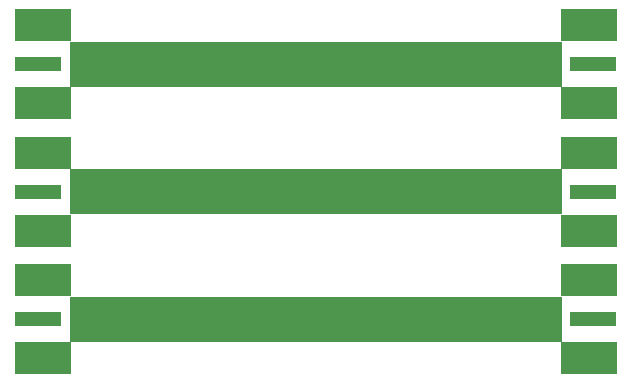
<source format=gbr>
G04 EAGLE Gerber RS-274X export*
G75*
%MOMM*%
%FSLAX34Y34*%
%LPD*%
%INSoldermask Top*%
%IPPOS*%
%AMOC8*
5,1,8,0,0,1.08239X$1,22.5*%
G01*
%ADD10R,4.699000X2.667000*%
%ADD11R,3.937000X1.143000*%
%ADD12C,0.630200*%

G36*
X462285Y253999D02*
X462285Y253999D01*
X462285Y254000D01*
X462285Y292100D01*
X462281Y292105D01*
X462280Y292105D01*
X45720Y292105D01*
X45715Y292101D01*
X45715Y292100D01*
X45715Y254000D01*
X45719Y253995D01*
X45720Y253995D01*
X462280Y253995D01*
X462285Y253999D01*
G37*
G36*
X462285Y146049D02*
X462285Y146049D01*
X462285Y146050D01*
X462285Y184150D01*
X462281Y184155D01*
X462280Y184155D01*
X45720Y184155D01*
X45715Y184151D01*
X45715Y184150D01*
X45715Y146050D01*
X45719Y146045D01*
X45720Y146045D01*
X462280Y146045D01*
X462285Y146049D01*
G37*
G36*
X462285Y38099D02*
X462285Y38099D01*
X462285Y38100D01*
X462285Y76200D01*
X462281Y76205D01*
X462280Y76205D01*
X45720Y76205D01*
X45715Y76201D01*
X45715Y76200D01*
X45715Y38100D01*
X45719Y38095D01*
X45720Y38095D01*
X462280Y38095D01*
X462285Y38099D01*
G37*
D10*
X485140Y90170D03*
X485140Y24130D03*
D11*
X488950Y57150D03*
D12*
X496570Y96520D03*
X471170Y96520D03*
X496570Y17780D03*
X471170Y17780D03*
X483870Y17780D03*
X483870Y96520D03*
D10*
X22860Y24130D03*
X22860Y90170D03*
D11*
X19050Y57150D03*
D12*
X11430Y17780D03*
X36830Y17780D03*
X11430Y96520D03*
X36830Y96520D03*
X24130Y96520D03*
X24130Y17780D03*
D10*
X22860Y132080D03*
X22860Y198120D03*
D11*
X19050Y165100D03*
D12*
X11430Y125730D03*
X36830Y125730D03*
X11430Y204470D03*
X36830Y204470D03*
X24130Y204470D03*
X24130Y125730D03*
D10*
X485140Y198120D03*
X485140Y132080D03*
D11*
X488950Y165100D03*
D12*
X496570Y204470D03*
X471170Y204470D03*
X496570Y125730D03*
X471170Y125730D03*
X483870Y125730D03*
X483870Y204470D03*
D10*
X22860Y240030D03*
X22860Y306070D03*
D11*
X19050Y273050D03*
D12*
X11430Y233680D03*
X36830Y233680D03*
X11430Y312420D03*
X36830Y312420D03*
X24130Y312420D03*
X24130Y233680D03*
D10*
X485140Y306070D03*
X485140Y240030D03*
D11*
X488950Y273050D03*
D12*
X496570Y312420D03*
X471170Y312420D03*
X496570Y233680D03*
X471170Y233680D03*
X483870Y233680D03*
X483870Y312420D03*
M02*

</source>
